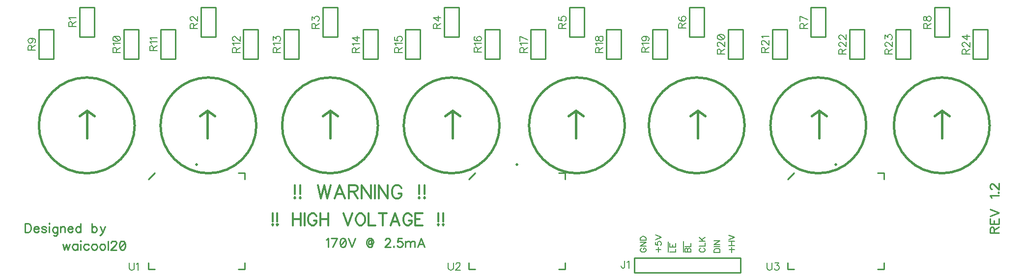
<source format=gbr>
G04 DipTrace 2.4.0.2*
%INTopSilk.gbr*%
%MOIN*%
%ADD10C,0.0098*%
%ADD19C,0.015*%
%ADD26C,0.0196*%
%ADD56C,0.0077*%
%ADD57C,0.0062*%
%ADD58C,0.0139*%
%ADD59C,0.0124*%
%ADD60C,0.0093*%
%FSLAX44Y44*%
G04*
G70*
G90*
G75*
G01*
%LNTopSilk*%
%LPD*%
X53288Y4198D2*
D10*
X46092D1*
Y5182D1*
X53288D1*
Y4198D1*
X8440Y20192D2*
Y22188D1*
X9440D2*
X8440D1*
X9440Y20192D2*
Y22188D1*
Y20192D2*
X8440D1*
X16690D2*
Y22188D1*
X17690D2*
X16690D1*
X17690Y20192D2*
Y22188D1*
Y20192D2*
X16690D1*
X24940D2*
Y22188D1*
X25940D2*
X24940D1*
X25940Y20192D2*
Y22188D1*
Y20192D2*
X24940D1*
X33190D2*
Y22188D1*
X34190D2*
X33190D1*
X34190Y20192D2*
Y22188D1*
Y20192D2*
X33190D1*
X41690D2*
Y22188D1*
X42690D2*
X41690D1*
X42690Y20192D2*
Y22188D1*
Y20192D2*
X41690D1*
X49815D2*
Y22188D1*
X50815D2*
X49815D1*
X50815Y20192D2*
Y22188D1*
Y20192D2*
X49815D1*
X58065D2*
Y22188D1*
X59065D2*
X58065D1*
X59065Y20192D2*
Y22188D1*
Y20192D2*
X58065D1*
X66440D2*
Y22188D1*
X67440D2*
X66440D1*
X67440Y20192D2*
Y22188D1*
Y20192D2*
X66440D1*
X5690Y18692D2*
Y20688D1*
X6690D2*
X5690D1*
X6690Y18692D2*
Y20688D1*
Y18692D2*
X5690D1*
X11440D2*
Y20688D1*
X12440D2*
X11440D1*
X12440Y18692D2*
Y20688D1*
Y18692D2*
X11440D1*
X13940D2*
Y20688D1*
X14940D2*
X13940D1*
X14940Y18692D2*
Y20688D1*
Y18692D2*
X13940D1*
X19565D2*
Y20688D1*
X20565D2*
X19565D1*
X20565Y18692D2*
Y20688D1*
Y18692D2*
X19565D1*
X22315D2*
Y20688D1*
X23315D2*
X22315D1*
X23315Y18692D2*
Y20688D1*
Y18692D2*
X22315D1*
X27690D2*
Y20688D1*
X28690D2*
X27690D1*
X28690Y18692D2*
Y20688D1*
Y18692D2*
X27690D1*
X30565D2*
Y20688D1*
X31565D2*
X30565D1*
X31565Y18692D2*
Y20688D1*
Y18692D2*
X30565D1*
X35940D2*
Y20688D1*
X36940D2*
X35940D1*
X36940Y18692D2*
Y20688D1*
Y18692D2*
X35940D1*
X39065D2*
Y20688D1*
X40065D2*
X39065D1*
X40065Y18692D2*
Y20688D1*
Y18692D2*
X39065D1*
X44190D2*
Y20688D1*
X45190D2*
X44190D1*
X45190Y18692D2*
Y20688D1*
Y18692D2*
X44190D1*
X47315D2*
Y20688D1*
X48315D2*
X47315D1*
X48315Y18692D2*
Y20688D1*
Y18692D2*
X47315D1*
X52440D2*
Y20688D1*
X53440D2*
X52440D1*
X53440Y18692D2*
Y20688D1*
Y18692D2*
X52440D1*
X55440D2*
Y20688D1*
X56440D2*
X55440D1*
X56440Y18692D2*
Y20688D1*
Y18692D2*
X55440D1*
X60690D2*
Y20688D1*
X61690D2*
X60690D1*
X61690Y18692D2*
Y20688D1*
Y18692D2*
X60690D1*
X63815D2*
Y20688D1*
X64815D2*
X63815D1*
X64815Y18692D2*
Y20688D1*
Y18692D2*
X63815D1*
X69065D2*
Y20688D1*
X70065D2*
X69065D1*
X70065Y18692D2*
Y20688D1*
Y18692D2*
X69065D1*
X19214Y10963D2*
X19647D1*
Y10530D1*
Y4860D2*
Y4427D1*
X19214D1*
X13544D2*
X13111D1*
Y4860D1*
X13544Y10963D2*
X13111Y10530D1*
D26*
X16376Y11542D3*
X40964Y10963D2*
D10*
X41397D1*
Y10530D1*
Y4860D2*
Y4427D1*
X40964D1*
X35294D2*
X34861D1*
Y4860D1*
X35294Y10963D2*
X34861Y10530D1*
D26*
X38126Y11542D3*
X62589Y10963D2*
D10*
X63022D1*
Y10530D1*
Y4860D2*
Y4427D1*
X62589D1*
X56919D2*
X56486D1*
Y4860D1*
X56919Y10963D2*
X56486Y10530D1*
D26*
X59751Y11542D3*
X5690Y14190D2*
D19*
G02X5690Y14190I3250J0D01*
G01*
X13940D2*
G02X13940Y14190I3250J0D01*
G01*
X22190D2*
G02X22190Y14190I3250J0D01*
G01*
X30440D2*
G02X30440Y14190I3250J0D01*
G01*
X38940D2*
G02X38940Y14190I3250J0D01*
G01*
X47065D2*
G02X47065Y14190I3250J0D01*
G01*
X55315D2*
G02X55315Y14190I3250J0D01*
G01*
X63690D2*
G02X63690Y14190I3250J0D01*
G01*
X58628Y15190D2*
Y13315D1*
Y15190D2*
X58128Y14815D1*
X58628Y15190D2*
X59128Y14815D1*
X66940Y15190D2*
Y13315D1*
Y15190D2*
X66440Y14815D1*
X66940Y15190D2*
X67440Y14815D1*
X50378Y15190D2*
Y13315D1*
Y15190D2*
X49878Y14815D1*
X50378Y15190D2*
X50878Y14815D1*
X42128Y15190D2*
Y13315D1*
Y15190D2*
X41628Y14815D1*
X42128Y15190D2*
X42628Y14815D1*
X25440Y15190D2*
Y13315D1*
Y15190D2*
X24940Y14815D1*
X25440Y15190D2*
X25940Y14815D1*
X33753Y15190D2*
Y13315D1*
Y15190D2*
X33253Y14815D1*
X33753Y15190D2*
X34253Y14815D1*
X17128Y15190D2*
Y13315D1*
Y15190D2*
X16628Y14815D1*
X17128Y15190D2*
X17628Y14815D1*
X8940Y15190D2*
Y13315D1*
Y15190D2*
X8440Y14815D1*
X8940Y15190D2*
X9440Y14815D1*
X45434Y5002D2*
D56*
Y4620D1*
X45410Y4548D1*
X45386Y4524D1*
X45338Y4500D1*
X45290D1*
X45243Y4524D1*
X45219Y4548D1*
X45195Y4620D1*
Y4667D1*
X45588Y4906D2*
X45636Y4930D1*
X45708Y5001D1*
Y4500D1*
X7947Y20885D2*
Y21100D1*
X7923Y21172D1*
X7899Y21197D1*
X7851Y21220D1*
X7803D1*
X7756Y21197D1*
X7732Y21172D1*
X7708Y21100D1*
Y20885D1*
X8210D1*
X7947Y21053D2*
X8210Y21220D1*
X7804Y21375D2*
X7780Y21423D1*
X7708Y21495D1*
X8210D1*
X16197Y20778D2*
Y20993D1*
X16173Y21065D1*
X16149Y21089D1*
X16101Y21113D1*
X16053D1*
X16006Y21089D1*
X15982Y21065D1*
X15958Y20993D1*
Y20778D1*
X16460D1*
X16197Y20945D2*
X16460Y21113D1*
X16078Y21292D2*
X16054D1*
X16006Y21315D1*
X15982Y21339D1*
X15958Y21387D1*
Y21483D1*
X15982Y21530D1*
X16006Y21554D1*
X16054Y21578D1*
X16101D1*
X16150Y21554D1*
X16221Y21507D1*
X16460Y21267D1*
Y21602D1*
X24447Y20778D2*
Y20993D1*
X24423Y21065D1*
X24399Y21089D1*
X24351Y21113D1*
X24303D1*
X24256Y21089D1*
X24232Y21065D1*
X24208Y20993D1*
Y20778D1*
X24710D1*
X24447Y20945D2*
X24710Y21113D1*
X24208Y21315D2*
Y21578D1*
X24400Y21435D1*
Y21507D1*
X24423Y21554D1*
X24447Y21578D1*
X24519Y21602D1*
X24566D1*
X24638Y21578D1*
X24686Y21530D1*
X24710Y21458D1*
Y21387D1*
X24686Y21315D1*
X24662Y21292D1*
X24615Y21267D1*
X32697Y20766D2*
Y20981D1*
X32673Y21053D1*
X32649Y21077D1*
X32601Y21101D1*
X32553D1*
X32506Y21077D1*
X32482Y21053D1*
X32458Y20981D1*
Y20766D1*
X32960D1*
X32697Y20933D2*
X32960Y21101D1*
Y21495D2*
X32458D1*
X32793Y21255D1*
Y21614D1*
X41197Y20778D2*
Y20993D1*
X41173Y21065D1*
X41149Y21089D1*
X41101Y21113D1*
X41053D1*
X41006Y21089D1*
X40982Y21065D1*
X40958Y20993D1*
Y20778D1*
X41460D1*
X41197Y20945D2*
X41460Y21113D1*
X40958Y21554D2*
Y21315D1*
X41173Y21292D1*
X41150Y21315D1*
X41125Y21387D1*
Y21458D1*
X41150Y21530D1*
X41197Y21578D1*
X41269Y21602D1*
X41316D1*
X41388Y21578D1*
X41436Y21530D1*
X41460Y21458D1*
Y21387D1*
X41436Y21315D1*
X41412Y21292D1*
X41365Y21267D1*
X49322Y20790D2*
Y21005D1*
X49298Y21077D1*
X49274Y21101D1*
X49226Y21125D1*
X49178D1*
X49131Y21101D1*
X49107Y21077D1*
X49083Y21005D1*
Y20790D1*
X49585D1*
X49322Y20957D2*
X49585Y21125D1*
X49155Y21566D2*
X49107Y21542D1*
X49083Y21471D1*
Y21423D1*
X49107Y21351D1*
X49179Y21303D1*
X49298Y21279D1*
X49418D1*
X49513Y21303D1*
X49561Y21351D1*
X49585Y21423D1*
Y21447D1*
X49561Y21518D1*
X49513Y21566D1*
X49441Y21590D1*
X49418D1*
X49346Y21566D1*
X49298Y21518D1*
X49275Y21447D1*
Y21423D1*
X49298Y21351D1*
X49346Y21303D1*
X49418Y21279D1*
X57572Y20778D2*
Y20993D1*
X57548Y21065D1*
X57524Y21089D1*
X57476Y21113D1*
X57428D1*
X57381Y21089D1*
X57357Y21065D1*
X57333Y20993D1*
Y20778D1*
X57835D1*
X57572Y20945D2*
X57835Y21113D1*
Y21363D2*
X57333Y21602D1*
Y21267D1*
X65947Y20778D2*
Y20993D1*
X65923Y21065D1*
X65899Y21089D1*
X65851Y21113D1*
X65803D1*
X65756Y21089D1*
X65732Y21065D1*
X65708Y20993D1*
Y20778D1*
X66210D1*
X65947Y20946D2*
X66210Y21113D1*
X65708Y21387D2*
X65732Y21316D1*
X65780Y21291D1*
X65828D1*
X65875Y21316D1*
X65900Y21363D1*
X65923Y21459D1*
X65947Y21531D1*
X65995Y21578D1*
X66043Y21602D1*
X66115D1*
X66162Y21578D1*
X66186Y21554D1*
X66210Y21482D1*
Y21387D1*
X66186Y21316D1*
X66162Y21291D1*
X66115Y21267D1*
X66043D1*
X65995Y21291D1*
X65947Y21339D1*
X65923Y21411D1*
X65900Y21506D1*
X65875Y21554D1*
X65828Y21578D1*
X65780D1*
X65732Y21554D1*
X65708Y21482D1*
Y21387D1*
X5197Y19290D2*
Y19505D1*
X5173Y19577D1*
X5149Y19601D1*
X5101Y19625D1*
X5053D1*
X5006Y19601D1*
X4982Y19577D1*
X4958Y19505D1*
Y19290D1*
X5460D1*
X5197Y19457D2*
X5460Y19625D1*
X5125Y20090D2*
X5197Y20066D1*
X5245Y20018D1*
X5269Y19947D1*
Y19923D1*
X5245Y19851D1*
X5197Y19803D1*
X5125Y19779D1*
X5101D1*
X5030Y19803D1*
X4982Y19851D1*
X4958Y19923D1*
Y19947D1*
X4982Y20018D1*
X5030Y20066D1*
X5125Y20090D1*
X5245D1*
X5365Y20066D1*
X5436Y20018D1*
X5460Y19947D1*
Y19899D1*
X5436Y19827D1*
X5388Y19803D1*
X10947Y19141D2*
Y19356D1*
X10923Y19428D1*
X10899Y19452D1*
X10851Y19476D1*
X10803D1*
X10756Y19452D1*
X10732Y19428D1*
X10708Y19356D1*
Y19141D1*
X11210D1*
X10947Y19308D2*
X11210Y19476D1*
X10804Y19630D2*
X10780Y19678D1*
X10708Y19750D1*
X11210D1*
X10708Y20048D2*
X10732Y19976D1*
X10804Y19928D1*
X10923Y19904D1*
X10995D1*
X11115Y19928D1*
X11186Y19976D1*
X11210Y20048D1*
Y20096D1*
X11186Y20167D1*
X11115Y20215D1*
X10995Y20239D1*
X10923D1*
X10804Y20215D1*
X10732Y20167D1*
X10708Y20096D1*
Y20048D1*
X10804Y20215D2*
X11115Y19928D1*
X13447Y19248D2*
Y19463D1*
X13423Y19535D1*
X13399Y19559D1*
X13351Y19583D1*
X13303D1*
X13256Y19559D1*
X13232Y19535D1*
X13208Y19463D1*
Y19248D1*
X13710D1*
X13447Y19416D2*
X13710Y19583D1*
X13304Y19738D2*
X13280Y19786D1*
X13208Y19857D1*
X13710D1*
X13304Y20012D2*
X13280Y20060D1*
X13208Y20132D1*
X13710D1*
X19072Y19141D2*
Y19356D1*
X19048Y19428D1*
X19024Y19452D1*
X18976Y19476D1*
X18928D1*
X18881Y19452D1*
X18857Y19428D1*
X18833Y19356D1*
Y19141D1*
X19335D1*
X19072Y19308D2*
X19335Y19476D1*
X18929Y19630D2*
X18905Y19678D1*
X18833Y19750D1*
X19335D1*
X18953Y19929D2*
X18929D1*
X18881Y19952D1*
X18857Y19976D1*
X18833Y20024D1*
Y20120D1*
X18857Y20167D1*
X18881Y20191D1*
X18929Y20216D1*
X18976D1*
X19025Y20191D1*
X19096Y20144D1*
X19335Y19904D1*
Y20239D1*
X21822Y19141D2*
Y19356D1*
X21798Y19428D1*
X21774Y19452D1*
X21726Y19476D1*
X21678D1*
X21631Y19452D1*
X21607Y19428D1*
X21583Y19356D1*
Y19141D1*
X22085D1*
X21822Y19308D2*
X22085Y19476D1*
X21679Y19630D2*
X21655Y19678D1*
X21583Y19750D1*
X22085D1*
X21583Y19952D2*
Y20215D1*
X21775Y20072D1*
Y20144D1*
X21798Y20191D1*
X21822Y20215D1*
X21894Y20239D1*
X21941D1*
X22013Y20215D1*
X22061Y20167D1*
X22085Y20096D1*
Y20024D1*
X22061Y19952D1*
X22037Y19929D1*
X21990Y19904D1*
X27197Y19129D2*
Y19344D1*
X27173Y19416D1*
X27149Y19440D1*
X27101Y19464D1*
X27053D1*
X27006Y19440D1*
X26982Y19416D1*
X26958Y19344D1*
Y19129D1*
X27460D1*
X27197Y19296D2*
X27460Y19464D1*
X27054Y19618D2*
X27030Y19666D1*
X26958Y19738D1*
X27460D1*
Y20132D2*
X26958D1*
X27293Y19892D1*
Y20251D1*
X30072Y19141D2*
Y19356D1*
X30048Y19428D1*
X30024Y19452D1*
X29976Y19476D1*
X29928D1*
X29881Y19452D1*
X29857Y19428D1*
X29833Y19356D1*
Y19141D1*
X30335D1*
X30072Y19308D2*
X30335Y19476D1*
X29929Y19630D2*
X29905Y19678D1*
X29833Y19750D1*
X30335D1*
X29833Y20191D2*
Y19952D1*
X30048Y19929D1*
X30025Y19952D1*
X30000Y20024D1*
Y20096D1*
X30025Y20167D1*
X30072Y20216D1*
X30144Y20239D1*
X30191D1*
X30263Y20216D1*
X30311Y20167D1*
X30335Y20096D1*
Y20024D1*
X30311Y19952D1*
X30287Y19929D1*
X30240Y19904D1*
X35447Y19153D2*
Y19368D1*
X35423Y19440D1*
X35399Y19464D1*
X35351Y19488D1*
X35303D1*
X35256Y19464D1*
X35232Y19440D1*
X35208Y19368D1*
Y19153D1*
X35710D1*
X35447Y19320D2*
X35710Y19488D1*
X35304Y19642D2*
X35280Y19690D1*
X35208Y19762D1*
X35710D1*
X35280Y20203D2*
X35232Y20180D1*
X35208Y20108D1*
Y20060D1*
X35232Y19988D1*
X35304Y19940D1*
X35423Y19917D1*
X35543D1*
X35638Y19940D1*
X35686Y19988D1*
X35710Y20060D1*
Y20084D1*
X35686Y20155D1*
X35638Y20203D1*
X35566Y20227D1*
X35543D1*
X35471Y20203D1*
X35423Y20155D1*
X35400Y20084D1*
Y20060D1*
X35423Y19988D1*
X35471Y19940D1*
X35543Y19917D1*
X38572Y19141D2*
Y19356D1*
X38548Y19428D1*
X38524Y19452D1*
X38476Y19476D1*
X38428D1*
X38381Y19452D1*
X38357Y19428D1*
X38333Y19356D1*
Y19141D1*
X38835D1*
X38572Y19308D2*
X38835Y19476D1*
X38429Y19630D2*
X38405Y19678D1*
X38333Y19750D1*
X38835D1*
Y20000D2*
X38333Y20239D1*
Y19904D1*
X43697Y19141D2*
Y19356D1*
X43673Y19428D1*
X43649Y19452D1*
X43601Y19476D1*
X43553D1*
X43506Y19452D1*
X43482Y19428D1*
X43458Y19356D1*
Y19141D1*
X43960D1*
X43697Y19308D2*
X43960Y19476D1*
X43554Y19630D2*
X43530Y19678D1*
X43458Y19750D1*
X43960D1*
X43458Y20024D2*
X43482Y19953D1*
X43530Y19928D1*
X43578D1*
X43625Y19953D1*
X43650Y20000D1*
X43673Y20096D1*
X43697Y20168D1*
X43745Y20215D1*
X43793Y20239D1*
X43865D1*
X43912Y20215D1*
X43936Y20191D1*
X43960Y20120D1*
Y20024D1*
X43936Y19953D1*
X43912Y19928D1*
X43865Y19905D1*
X43793D1*
X43745Y19928D1*
X43697Y19976D1*
X43673Y20048D1*
X43650Y20143D1*
X43625Y20191D1*
X43578Y20215D1*
X43530D1*
X43482Y20191D1*
X43458Y20120D1*
Y20024D1*
X46822Y19153D2*
Y19368D1*
X46798Y19439D1*
X46774Y19464D1*
X46726Y19488D1*
X46678D1*
X46631Y19464D1*
X46607Y19439D1*
X46583Y19368D1*
Y19153D1*
X47085D1*
X46822Y19320D2*
X47085Y19488D1*
X46679Y19642D2*
X46655Y19690D1*
X46583Y19762D1*
X47085D1*
X46750Y20227D2*
X46822Y20203D1*
X46870Y20156D1*
X46894Y20084D1*
Y20060D1*
X46870Y19988D1*
X46822Y19941D1*
X46750Y19916D1*
X46726D1*
X46655Y19941D1*
X46607Y19988D1*
X46583Y20060D1*
Y20084D1*
X46607Y20156D1*
X46655Y20203D1*
X46750Y20227D1*
X46870D1*
X46990Y20203D1*
X47061Y20156D1*
X47085Y20084D1*
Y20036D1*
X47061Y19964D1*
X47013Y19941D1*
X51947Y19033D2*
Y19248D1*
X51923Y19320D1*
X51899Y19344D1*
X51851Y19368D1*
X51803D1*
X51756Y19344D1*
X51732Y19320D1*
X51708Y19248D1*
Y19033D1*
X52210D1*
X51947Y19201D2*
X52210Y19368D1*
X51828Y19547D2*
X51804D1*
X51756Y19571D1*
X51732Y19594D1*
X51708Y19642D1*
Y19738D1*
X51732Y19786D1*
X51756Y19809D1*
X51804Y19834D1*
X51851D1*
X51900Y19809D1*
X51971Y19762D1*
X52210Y19523D1*
Y19857D1*
X51708Y20156D2*
X51732Y20084D1*
X51804Y20036D1*
X51923Y20012D1*
X51995D1*
X52115Y20036D1*
X52186Y20084D1*
X52210Y20156D1*
Y20203D1*
X52186Y20275D1*
X52115Y20322D1*
X51995Y20347D1*
X51923D1*
X51804Y20322D1*
X51732Y20275D1*
X51708Y20203D1*
Y20156D1*
X51804Y20322D2*
X52115Y20036D1*
X54947Y19141D2*
Y19356D1*
X54923Y19428D1*
X54899Y19452D1*
X54851Y19476D1*
X54803D1*
X54756Y19452D1*
X54732Y19428D1*
X54708Y19356D1*
Y19141D1*
X55210D1*
X54947Y19308D2*
X55210Y19476D1*
X54828Y19654D2*
X54804D1*
X54756Y19678D1*
X54732Y19702D1*
X54708Y19750D1*
Y19846D1*
X54732Y19893D1*
X54756Y19917D1*
X54804Y19941D1*
X54851D1*
X54900Y19917D1*
X54971Y19869D1*
X55210Y19630D1*
Y19965D1*
X54804Y20119D2*
X54780Y20167D1*
X54708Y20239D1*
X55210D1*
X60197Y19033D2*
Y19248D1*
X60173Y19320D1*
X60149Y19344D1*
X60101Y19368D1*
X60053D1*
X60006Y19344D1*
X59982Y19320D1*
X59958Y19248D1*
Y19033D1*
X60460D1*
X60197Y19201D2*
X60460Y19368D1*
X60078Y19547D2*
X60054D1*
X60006Y19571D1*
X59982Y19594D1*
X59958Y19642D1*
Y19738D1*
X59982Y19786D1*
X60006Y19809D1*
X60054Y19834D1*
X60101D1*
X60150Y19809D1*
X60221Y19762D1*
X60460Y19523D1*
Y19857D1*
X60078Y20036D2*
X60054D1*
X60006Y20060D1*
X59982Y20084D1*
X59958Y20132D1*
Y20227D1*
X59982Y20275D1*
X60006Y20299D1*
X60054Y20323D1*
X60101D1*
X60150Y20299D1*
X60221Y20251D1*
X60460Y20012D1*
Y20347D1*
X63322Y19033D2*
Y19248D1*
X63298Y19320D1*
X63274Y19344D1*
X63226Y19368D1*
X63178D1*
X63131Y19344D1*
X63107Y19320D1*
X63083Y19248D1*
Y19033D1*
X63585D1*
X63322Y19201D2*
X63585Y19368D1*
X63203Y19547D2*
X63179D1*
X63131Y19571D1*
X63107Y19594D1*
X63083Y19642D1*
Y19738D1*
X63107Y19786D1*
X63131Y19809D1*
X63179Y19834D1*
X63226D1*
X63275Y19809D1*
X63346Y19762D1*
X63585Y19523D1*
Y19857D1*
X63083Y20060D2*
Y20322D1*
X63275Y20179D1*
Y20251D1*
X63298Y20299D1*
X63322Y20322D1*
X63394Y20347D1*
X63441D1*
X63513Y20322D1*
X63561Y20275D1*
X63585Y20203D1*
Y20131D1*
X63561Y20060D1*
X63537Y20036D1*
X63490Y20012D1*
X68572Y19021D2*
Y19236D1*
X68548Y19308D1*
X68524Y19332D1*
X68476Y19356D1*
X68428D1*
X68381Y19332D1*
X68357Y19308D1*
X68333Y19236D1*
Y19021D1*
X68835D1*
X68572Y19189D2*
X68835Y19356D1*
X68453Y19535D2*
X68429D1*
X68381Y19559D1*
X68357Y19583D1*
X68333Y19631D1*
Y19726D1*
X68357Y19774D1*
X68381Y19797D1*
X68429Y19822D1*
X68476D1*
X68525Y19797D1*
X68596Y19750D1*
X68835Y19511D1*
Y19846D1*
Y20239D2*
X68333D1*
X68668Y20000D1*
Y20359D1*
X11824Y4873D2*
Y4514D1*
X11848Y4442D1*
X11896Y4395D1*
X11968Y4370D1*
X12016D1*
X12087Y4395D1*
X12136Y4442D1*
X12159Y4514D1*
Y4873D1*
X12314Y4777D2*
X12362Y4801D1*
X12434Y4872D1*
Y4370D1*
X33467Y4873D2*
Y4514D1*
X33491Y4442D1*
X33539Y4395D1*
X33611Y4370D1*
X33658D1*
X33730Y4395D1*
X33778Y4442D1*
X33802Y4514D1*
Y4873D1*
X33980Y4753D2*
Y4777D1*
X34004Y4825D1*
X34028Y4849D1*
X34076Y4872D1*
X34172D1*
X34219Y4849D1*
X34243Y4825D1*
X34267Y4777D1*
Y4729D1*
X34243Y4681D1*
X34195Y4610D1*
X33956Y4370D1*
X34291D1*
X55092Y4873D2*
Y4514D1*
X55116Y4442D1*
X55164Y4395D1*
X55236Y4370D1*
X55283D1*
X55355Y4395D1*
X55403Y4442D1*
X55427Y4514D1*
Y4873D1*
X55629Y4872D2*
X55892D1*
X55749Y4681D1*
X55820D1*
X55868Y4657D1*
X55892Y4634D1*
X55916Y4562D1*
Y4514D1*
X55892Y4442D1*
X55844Y4394D1*
X55772Y4370D1*
X55701D1*
X55629Y4394D1*
X55605Y4419D1*
X55581Y4466D1*
X46580Y5867D2*
D57*
X46542Y5848D1*
X46504Y5809D1*
X46485Y5771D1*
Y5695D1*
X46504Y5656D1*
X46542Y5618D1*
X46580Y5599D1*
X46638Y5580D1*
X46734D1*
X46791Y5599D1*
X46829Y5618D1*
X46867Y5656D1*
X46887Y5695D1*
Y5771D1*
X46867Y5809D1*
X46829Y5848D1*
X46791Y5867D1*
X46734D1*
Y5771D1*
X46485Y6258D2*
X46887D1*
X46485Y5990D1*
X46887D1*
X46485Y6382D2*
X46887D1*
Y6516D1*
X46867Y6573D1*
X46829Y6612D1*
X46791Y6631D1*
X46734Y6650D1*
X46638D1*
X46580Y6631D1*
X46542Y6612D1*
X46504Y6573D1*
X46485Y6516D1*
Y6382D1*
X47540Y5753D2*
X47885D1*
X47713Y5581D2*
Y5926D1*
X47512Y6279D2*
Y6088D1*
X47684Y6069D1*
X47665Y6088D1*
X47645Y6145D1*
Y6202D1*
X47665Y6260D1*
X47703Y6298D1*
X47760Y6317D1*
X47798D1*
X47856Y6298D1*
X47894Y6260D1*
X47913Y6202D1*
Y6145D1*
X47894Y6088D1*
X47875Y6069D1*
X47837Y6049D1*
X47511Y6441D2*
X47913Y6594D1*
X47511Y6747D1*
X49507Y5582D2*
X49909D1*
Y5754D1*
X49889Y5812D1*
X49870Y5831D1*
X49832Y5850D1*
X49775D1*
X49736Y5831D1*
X49717Y5812D1*
X49698Y5754D1*
X49679Y5812D1*
X49660Y5831D1*
X49622Y5850D1*
X49583D1*
X49545Y5831D1*
X49526Y5812D1*
X49507Y5754D1*
Y5582D1*
X49698D2*
Y5754D1*
X49507Y5973D2*
X49909D1*
Y6203D1*
X49402Y5582D2*
Y6326D1*
X48493Y5581D2*
X48895D1*
Y5811D1*
X48493Y6183D2*
Y5934D1*
X48895D1*
Y6183D1*
X48684Y5934D2*
Y6087D1*
X48388Y5581D2*
Y6306D1*
X50580Y5867D2*
X50542Y5848D1*
X50503Y5809D1*
X50484Y5771D1*
Y5695D1*
X50503Y5656D1*
X50542Y5618D1*
X50580Y5599D1*
X50637Y5580D1*
X50733D1*
X50790Y5599D1*
X50829Y5618D1*
X50867Y5656D1*
X50886Y5695D1*
Y5771D1*
X50867Y5809D1*
X50829Y5848D1*
X50790Y5867D1*
X50484Y5990D2*
X50886D1*
Y6220D1*
X50484Y6343D2*
X50886D1*
X50484Y6611D2*
X50752Y6343D1*
X50656Y6439D2*
X50886Y6611D1*
X51496Y5578D2*
X51898D1*
Y5712D1*
X51879Y5769D1*
X51841Y5808D1*
X51802Y5827D1*
X51745Y5846D1*
X51649D1*
X51592Y5827D1*
X51554Y5808D1*
X51515Y5769D1*
X51496Y5712D1*
Y5578D1*
Y5969D2*
X51898D1*
X51496Y6361D2*
X51898D1*
X51496Y6093D1*
X51898D1*
X52526Y5750D2*
X52870D1*
X52698Y5578D2*
Y5923D1*
X52497Y6046D2*
X52899D1*
X52497Y6314D2*
X52899D1*
X52689Y6046D2*
Y6314D1*
X52497Y6438D2*
X52899Y6591D1*
X52497Y6744D1*
X23053Y10134D2*
D58*
Y9532D1*
Y9317D2*
X23010Y9273D1*
X23053Y9230D1*
X23096Y9273D1*
X23053Y9317D1*
X23418Y10134D2*
Y9532D1*
Y9317D2*
X23374Y9273D1*
X23418Y9230D1*
X23461Y9273D1*
X23418Y9317D1*
X24613Y10135D2*
X24829Y9230D1*
X25044Y10135D1*
X25259Y9230D1*
X25475Y10135D1*
X26442Y9230D2*
X26097Y10135D1*
X25753Y9230D1*
X25882Y9532D2*
X26313D1*
X26720Y9704D2*
X27107D1*
X27236Y9748D1*
X27280Y9791D1*
X27323Y9876D1*
Y9963D1*
X27280Y10048D1*
X27236Y10092D1*
X27107Y10135D1*
X26720D1*
Y9230D1*
X27022Y9704D2*
X27323Y9230D1*
X28204Y10135D2*
Y9230D1*
X27601Y10135D1*
Y9230D1*
X28482Y10135D2*
Y9230D1*
X29362Y10135D2*
Y9230D1*
X28760Y10135D1*
Y9230D1*
X30286Y9920D2*
X30243Y10005D1*
X30157Y10092D1*
X30071Y10135D1*
X29899D1*
X29812Y10092D1*
X29727Y10005D1*
X29683Y9920D1*
X29640Y9791D1*
Y9575D1*
X29683Y9446D1*
X29727Y9360D1*
X29812Y9274D1*
X29899Y9230D1*
X30071D1*
X30157Y9274D1*
X30243Y9360D1*
X30286Y9446D1*
Y9575D1*
X30071D1*
X31482Y10134D2*
Y9532D1*
Y9317D2*
X31439Y9273D1*
X31482Y9230D1*
X31525Y9273D1*
X31482Y9317D1*
X31847Y10134D2*
Y9532D1*
Y9317D2*
X31803Y9273D1*
X31847Y9230D1*
X31890Y9273D1*
X31847Y9317D1*
X21541Y8214D2*
D59*
Y7679D1*
Y7488D2*
X21502Y7449D1*
X21541Y7411D1*
X21579Y7449D1*
X21541Y7488D1*
X21865Y8214D2*
Y7679D1*
Y7488D2*
X21826Y7449D1*
X21865Y7411D1*
X21903Y7449D1*
X21865Y7488D1*
X22927Y8215D2*
Y7411D1*
X23463Y8215D2*
Y7411D1*
X22927Y7832D2*
X23463D1*
X23710Y8215D2*
Y7411D1*
X24531Y8024D2*
X24493Y8100D1*
X24416Y8177D1*
X24340Y8215D1*
X24187D1*
X24110Y8177D1*
X24034Y8100D1*
X23995Y8024D1*
X23957Y7909D1*
Y7717D1*
X23995Y7603D1*
X24034Y7526D1*
X24110Y7450D1*
X24187Y7411D1*
X24340D1*
X24416Y7450D1*
X24493Y7526D1*
X24531Y7603D1*
Y7717D1*
X24340D1*
X24778Y8215D2*
Y7411D1*
X25314Y8215D2*
Y7411D1*
X24778Y7832D2*
X25314D1*
X26339Y8215D2*
X26645Y7411D1*
X26951Y8215D1*
X27428D2*
X27351Y8177D1*
X27275Y8100D1*
X27236Y8024D1*
X27198Y7909D1*
Y7717D1*
X27236Y7603D1*
X27275Y7526D1*
X27351Y7450D1*
X27428Y7411D1*
X27581D1*
X27657Y7450D1*
X27734Y7526D1*
X27772Y7603D1*
X27810Y7717D1*
Y7909D1*
X27772Y8024D1*
X27734Y8100D1*
X27657Y8177D1*
X27581Y8215D1*
X27428D1*
X28057D2*
Y7411D1*
X28516D1*
X29031Y8215D2*
Y7411D1*
X28763Y8215D2*
X29299D1*
X30158Y7411D2*
X29852Y8215D1*
X29546Y7411D1*
X29661Y7679D2*
X30043D1*
X30979Y8024D2*
X30941Y8100D1*
X30864Y8177D1*
X30788Y8215D1*
X30635D1*
X30558Y8177D1*
X30482Y8100D1*
X30443Y8024D1*
X30405Y7909D1*
Y7717D1*
X30443Y7603D1*
X30482Y7526D1*
X30558Y7450D1*
X30635Y7411D1*
X30788D1*
X30864Y7450D1*
X30941Y7526D1*
X30979Y7603D1*
Y7717D1*
X30788D1*
X31723Y8215D2*
X31226D1*
Y7411D1*
X31723D1*
X31226Y7832D2*
X31532D1*
X32787Y8214D2*
Y7679D1*
Y7488D2*
X32748Y7449D1*
X32787Y7411D1*
X32825Y7449D1*
X32787Y7488D1*
X33111Y8214D2*
Y7679D1*
Y7488D2*
X33072Y7449D1*
X33111Y7411D1*
X33149Y7449D1*
X33111Y7488D1*
X25190Y6417D2*
D60*
X25248Y6447D1*
X25334Y6532D1*
Y5930D1*
X25634D2*
X25921Y6532D1*
X25519D1*
X26279D2*
X26193Y6504D1*
X26135Y6417D1*
X26106Y6274D1*
Y6188D1*
X26135Y6045D1*
X26193Y5958D1*
X26279Y5930D1*
X26336D1*
X26422Y5958D1*
X26479Y6045D1*
X26508Y6188D1*
Y6274D1*
X26479Y6417D1*
X26422Y6504D1*
X26336Y6532D1*
X26279D1*
X26479Y6417D2*
X26135Y6045D1*
X26694Y6533D2*
X26923Y5930D1*
X27153Y6533D1*
X28237Y6389D2*
X28151D1*
X28093Y6360D1*
X28064Y6332D1*
X28036Y6274D1*
Y6159D1*
X28064Y6131D1*
X28122D1*
X28237Y6159D1*
X28265Y6102D1*
X28294D1*
X28351Y6159D1*
X28380Y6303D1*
X28351Y6389D1*
X28323Y6447D1*
X28265Y6504D1*
X28208Y6532D1*
X28093D1*
X28036Y6504D1*
X27979Y6447D1*
X27950Y6389D1*
X27921Y6303D1*
Y6159D1*
X27950Y6073D1*
X27979Y6016D1*
X28036Y5958D1*
X28093Y5930D1*
X28208D1*
X28265Y5958D1*
X28323Y6016D1*
X28237Y6417D2*
Y6159D1*
X29178Y6389D2*
Y6417D1*
X29206Y6475D1*
X29235Y6504D1*
X29292Y6532D1*
X29407D1*
X29464Y6504D1*
X29493Y6475D1*
X29522Y6417D1*
Y6360D1*
X29493Y6303D1*
X29436Y6217D1*
X29148Y5930D1*
X29550D1*
X29764Y5988D2*
X29736Y5958D1*
X29764Y5930D1*
X29793Y5958D1*
X29764Y5988D1*
X30323Y6532D2*
X30036D1*
X30008Y6274D1*
X30036Y6303D1*
X30123Y6332D1*
X30208D1*
X30294Y6303D1*
X30352Y6246D1*
X30381Y6159D1*
Y6102D1*
X30352Y6016D1*
X30294Y5958D1*
X30208Y5930D1*
X30123D1*
X30036Y5958D1*
X30008Y5988D1*
X29979Y6045D1*
X30566Y6332D2*
Y5930D1*
Y6217D2*
X30652Y6303D1*
X30710Y6332D1*
X30795D1*
X30853Y6303D1*
X30882Y6217D1*
Y5930D1*
Y6217D2*
X30968Y6303D1*
X31025Y6332D1*
X31111D1*
X31169Y6303D1*
X31198Y6217D1*
Y5930D1*
X31843D2*
X31613Y6533D1*
X31383Y5930D1*
X31469Y6131D2*
X31757D1*
X4752Y7533D2*
Y6930D1*
X4953D1*
X5040Y6959D1*
X5097Y7016D1*
X5126Y7074D1*
X5154Y7159D1*
Y7303D1*
X5126Y7390D1*
X5097Y7447D1*
X5040Y7504D1*
X4953Y7533D1*
X4752D1*
X5340Y7159D2*
X5684D1*
Y7217D1*
X5655Y7275D1*
X5627Y7303D1*
X5569Y7332D1*
X5483D1*
X5426Y7303D1*
X5368Y7246D1*
X5340Y7159D1*
Y7102D1*
X5368Y7016D1*
X5426Y6959D1*
X5483Y6930D1*
X5569D1*
X5627Y6959D1*
X5684Y7016D1*
X6185Y7246D2*
X6156Y7303D1*
X6070Y7332D1*
X5984D1*
X5898Y7303D1*
X5869Y7246D1*
X5898Y7189D1*
X5955Y7159D1*
X6099Y7131D1*
X6156Y7102D1*
X6185Y7045D1*
Y7016D1*
X6156Y6959D1*
X6070Y6930D1*
X5984D1*
X5898Y6959D1*
X5869Y7016D1*
X6370Y7533D2*
X6399Y7504D1*
X6428Y7533D1*
X6399Y7562D1*
X6370Y7533D1*
X6399Y7332D2*
Y6930D1*
X6957Y7303D2*
Y6844D1*
X6929Y6758D1*
X6900Y6729D1*
X6843Y6700D1*
X6756D1*
X6699Y6729D1*
X6957Y7217D2*
X6900Y7274D1*
X6843Y7303D1*
X6756D1*
X6699Y7274D1*
X6642Y7217D1*
X6613Y7131D1*
Y7073D1*
X6642Y6988D1*
X6699Y6930D1*
X6756Y6901D1*
X6843D1*
X6900Y6930D1*
X6957Y6988D1*
X7143Y7332D2*
Y6930D1*
Y7217D2*
X7229Y7303D1*
X7287Y7332D1*
X7372D1*
X7430Y7303D1*
X7458Y7217D1*
Y6930D1*
X7644Y7159D2*
X7988D1*
Y7217D1*
X7959Y7275D1*
X7931Y7303D1*
X7873Y7332D1*
X7787D1*
X7730Y7303D1*
X7672Y7246D1*
X7644Y7159D1*
Y7102D1*
X7672Y7016D1*
X7730Y6959D1*
X7787Y6930D1*
X7873D1*
X7931Y6959D1*
X7988Y7016D1*
X8517Y7533D2*
Y6930D1*
Y7246D2*
X8460Y7303D1*
X8403Y7332D1*
X8316D1*
X8259Y7303D1*
X8202Y7246D1*
X8173Y7159D1*
Y7102D1*
X8202Y7016D1*
X8259Y6959D1*
X8316Y6930D1*
X8403D1*
X8460Y6959D1*
X8517Y7016D1*
X9286Y7533D2*
Y6930D1*
Y7246D2*
X9343Y7303D1*
X9401Y7332D1*
X9487D1*
X9544Y7303D1*
X9601Y7246D1*
X9630Y7159D1*
Y7102D1*
X9601Y7016D1*
X9544Y6959D1*
X9487Y6930D1*
X9401D1*
X9343Y6959D1*
X9286Y7016D1*
X9844Y7332D2*
X10016Y6930D1*
X9959Y6815D1*
X9901Y6757D1*
X9844Y6729D1*
X9815D1*
X10189Y7332D2*
X10016Y6930D1*
X7315Y6144D2*
X7430Y5742D1*
X7544Y6144D1*
X7659Y5742D1*
X7774Y6144D1*
X8303D2*
Y5742D1*
Y6058D2*
X8246Y6116D1*
X8189Y6144D1*
X8103D1*
X8045Y6116D1*
X7988Y6058D1*
X7959Y5972D1*
Y5915D1*
X7988Y5829D1*
X8045Y5772D1*
X8103Y5742D1*
X8189D1*
X8246Y5772D1*
X8303Y5829D1*
X8489Y6345D2*
X8517Y6317D1*
X8546Y6345D1*
X8517Y6374D1*
X8489Y6345D1*
X8517Y6144D2*
Y5742D1*
X9077Y6058D2*
X9019Y6116D1*
X8961Y6144D1*
X8876D1*
X8818Y6116D1*
X8761Y6058D1*
X8732Y5972D1*
Y5915D1*
X8761Y5829D1*
X8818Y5772D1*
X8876Y5742D1*
X8961D1*
X9019Y5772D1*
X9077Y5829D1*
X9405Y6144D2*
X9348Y6116D1*
X9290Y6058D1*
X9262Y5972D1*
Y5915D1*
X9290Y5829D1*
X9348Y5772D1*
X9405Y5742D1*
X9491D1*
X9549Y5772D1*
X9606Y5829D1*
X9635Y5915D1*
Y5972D1*
X9606Y6058D1*
X9549Y6116D1*
X9491Y6144D1*
X9405D1*
X9964D2*
X9907Y6116D1*
X9849Y6058D1*
X9821Y5972D1*
Y5915D1*
X9849Y5829D1*
X9907Y5772D1*
X9964Y5742D1*
X10050D1*
X10108Y5772D1*
X10165Y5829D1*
X10194Y5915D1*
Y5972D1*
X10165Y6058D1*
X10108Y6116D1*
X10050Y6144D1*
X9964D1*
X10379Y6345D2*
Y5742D1*
X10594Y6201D2*
Y6230D1*
X10622Y6288D1*
X10651Y6316D1*
X10708Y6345D1*
X10823D1*
X10880Y6316D1*
X10909Y6288D1*
X10938Y6230D1*
Y6173D1*
X10909Y6115D1*
X10852Y6030D1*
X10564Y5742D1*
X10966D1*
X11324Y6345D2*
X11238Y6316D1*
X11180Y6230D1*
X11152Y6087D1*
Y6000D1*
X11180Y5857D1*
X11238Y5771D1*
X11324Y5742D1*
X11381D1*
X11467Y5771D1*
X11524Y5857D1*
X11554Y6000D1*
Y6087D1*
X11524Y6230D1*
X11467Y6316D1*
X11381Y6345D1*
X11324D1*
X11524Y6230D2*
X11180Y5857D1*
X70496Y6901D2*
Y7159D1*
X70467Y7245D1*
X70439Y7274D1*
X70382Y7303D1*
X70324D1*
X70267Y7274D1*
X70238Y7245D1*
X70209Y7159D1*
Y6901D1*
X70812D1*
X70496Y7102D2*
X70812Y7303D1*
X70209Y7861D2*
Y7488D1*
X70812D1*
Y7861D1*
X70496Y7488D2*
Y7718D1*
X70209Y8046D2*
X70812Y8276D1*
X70209Y8505D1*
X70325Y9273D2*
X70295Y9331D1*
X70210Y9417D1*
X70812D1*
X70754Y9631D2*
X70784Y9603D1*
X70812Y9631D1*
X70784Y9660D1*
X70754Y9631D1*
X70353Y9875D2*
X70325D1*
X70267Y9903D1*
X70238Y9932D1*
X70210Y9990D1*
Y10104D1*
X70238Y10161D1*
X70267Y10190D1*
X70325Y10219D1*
X70382D1*
X70439Y10190D1*
X70525Y10133D1*
X70812Y9846D1*
Y10248D1*
M02*

</source>
